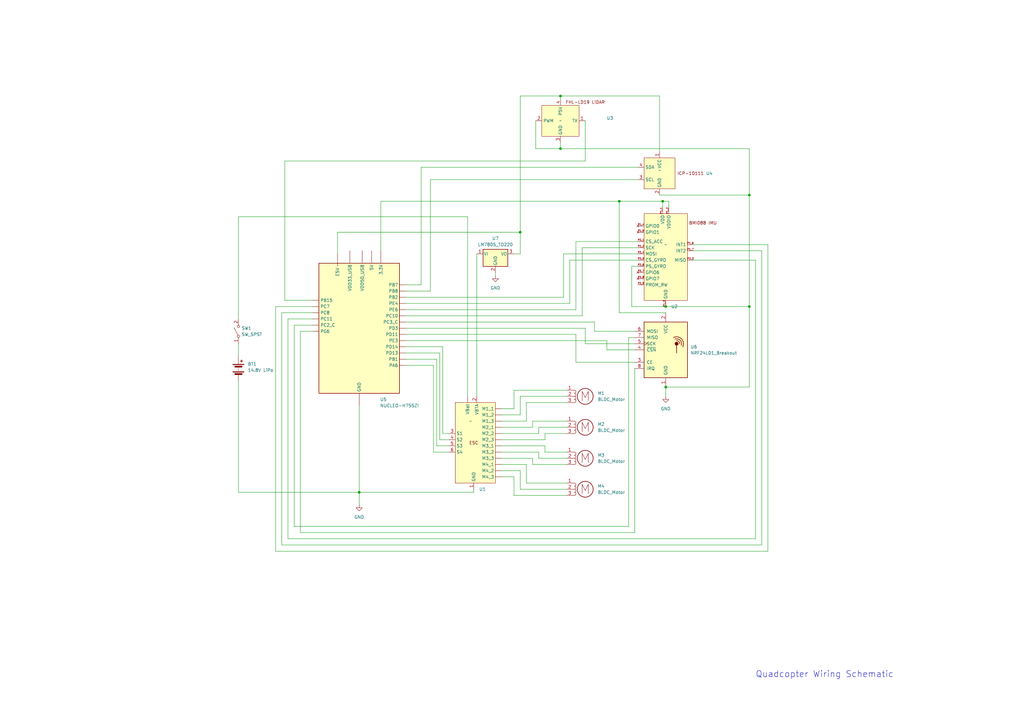
<source format=kicad_sch>
(kicad_sch (version 20230121) (generator eeschema)
  (paper "A3")
  (lib_symbols
    (symbol "Device:Battery" (pin_numbers hide) (pin_names (offset 0) hide)
      (property "Reference" "BT" (at 2.54 2.54 0))
      (property "Value" "Battery" (at 2.54 0 0))
      (symbol "Battery_0_1"
        (rectangle (start -2.286 -1.27) (end 2.286 -1.524) (fill (type outline)))
        (rectangle (start -2.286 1.778) (end 2.286 1.524) (fill (type outline)))
        (rectangle (start -1.524 -2.032) (end 1.524 -2.54) (fill (type outline)))
        (rectangle (start -1.524 1.016) (end 1.524 0.508) (fill (type outline)))
        (polyline (pts (xy 0 -1.016) (xy 0 -0.762)))
        (polyline (pts (xy 0 -0.508) (xy 0 -0.254)))
        (polyline (pts (xy 0 0) (xy 0 0.254)))
        (polyline (pts (xy 0 1.778) (xy 0 2.54)))
        (polyline (pts (xy 0.762 3.048) (xy 1.778 3.048)) (stroke (width 0.254)))
        (polyline (pts (xy 1.27 3.556) (xy 1.27 2.54)) (stroke (width 0.254)))
      )
      (symbol "Battery_1_1"
        (pin passive line (at 0 5.08 270) (length 2.54) (name "+") (number "1"))
        (pin passive line (at 0 -5.08 90) (length 2.54) (name "-") (number "2"))
      )
    )
    (symbol "RF:NRF24L01_Breakout" (pin_names (offset 1.016))
      (property "Reference" "U" (at -8.89 12.7 0))
      (property "Value" "NRF24L01_Breakout" (at 3.81 12.7 0))
      (symbol "NRF24L01_Breakout_0_1"
        (rectangle (start -8.89 11.43) (end 8.89 -11.43) (stroke (width 0.254)) (fill (type background)))
        (polyline (pts (xy 4.445 1.905) (xy 4.445 -1.27)) (stroke (width 0.254)))
        (circle (center 4.445 2.54) (radius 0.635) (stroke (width 0.254)) (fill (type outline)))
        (arc (start 5.715 2.54) (mid 5.3521 3.4546) (end 4.445 3.81) (stroke (width 0.254)))
        (arc (start 6.35 1.905) (mid 5.8763 3.9854) (end 3.81 4.445) (stroke (width 0.254)))
        (arc (start 6.985 1.27) (mid 6.453 4.548) (end 3.175 5.08) (stroke (width 0.254)))
      )
      (symbol "NRF24L01_Breakout_1_1"
        (pin power_in line (at 0 -15.24 90) (length 3.81) (name "GND") (number "1"))
        (pin power_in line (at 0 15.24 270) (length 3.81) (name "VCC") (number "2"))
        (pin input line (at -12.7 -5.08 0) (length 3.81) (name "CE") (number "3"))
        (pin input line (at -12.7 0 0) (length 3.81) (name "~{CSN}") (number "4"))
        (pin input clock (at -12.7 2.54 0) (length 3.81) (name "SCK") (number "5"))
        (pin input line (at -12.7 7.62 0) (length 3.81) (name "MOSI") (number "6"))
        (pin output line (at -12.7 5.08 0) (length 3.81) (name "MISO") (number "7"))
        (pin output line (at -12.7 -7.62 0) (length 3.81) (name "IRQ") (number "8"))
      )
    )
    (symbol "Regulator_Linear:LM7805_TO220" (pin_names (offset 0.254))
      (property "Reference" "U" (at -3.81 3.175 0))
      (property "Value" "LM7805_TO220" (at 0 3.175 0))
      (symbol "LM7805_TO220_0_1"
        (rectangle (start -5.08 1.905) (end 5.08 -5.08) (stroke (width 0.254)) (fill (type background)))
      )
      (symbol "LM7805_TO220_1_1"
        (pin power_in line (at -7.62 0 0) (length 2.54) (name "VI") (number "1"))
        (pin power_in line (at 0 -7.62 90) (length 2.54) (name "GND") (number "2"))
        (pin power_out line (at 7.62 0 180) (length 2.54) (name "VO") (number "3"))
      )
    )
    (symbol "SP_Library:BLDC_Motor" (pin_names (offset 0) hide)
      (property "Reference" "M" (at 3.81 2.54 0))
      (property "Value" "BLDC_Motor" (at 3.81 1.27 0))
      (symbol "BLDC_Motor_0_0"
        (polyline (pts (xy -1.27 -1.778) (xy -1.27 2.032) (xy 0 -0.508) (xy 1.27 2.032) (xy 1.27 -1.778)))
      )
      (symbol "BLDC_Motor_0_1"
        (arc (start -4.445 -2.54) (mid -3.8127 -1.905) (end -4.445 -1.27))
        (arc (start -4.445 -1.27) (mid -3.8127 -0.635) (end -4.445 0))
        (arc (start -4.445 0) (mid -3.8127 0.635) (end -4.445 1.27))
        (arc (start -4.445 1.27) (mid -3.8127 1.905) (end -4.445 2.54))
        (polyline (pts (xy -5.08 -2.54) (xy -4.445 -2.54)))
        (polyline (pts (xy -5.08 2.54) (xy -4.445 2.54)))
        (polyline (pts (xy -4.445 0) (xy -5.08 0)))
        (circle (center 0 0) (radius 3.2512) (stroke (width 0.254)))
      )
      (symbol "BLDC_Motor_1_1"
        (pin passive line (at -7.62 2.54 0) (length 2.54) (name "~") (number "1"))
        (pin passive line (at -7.62 0 0) (length 2.54) (name "~") (number "2"))
        (pin passive line (at -7.62 -2.54 0) (length 2.54) (name "~") (number "3"))
      )
    )
    (symbol "SP_Library:BLS_50A_4-in-1_ESC"
      (property "Reference" "U" (at 0 2.54 0))
      (symbol "BLS_50A_4-in-1_ESC_1_1"
        (rectangle (start -7.62 15.24) (end 8.89 -17.78) (fill (type background)))
        (text "ESC" (at 0 -1.27 0) (effects (font (size 1.27 1.27))))
        (pin output line (at 11.43 12.7 180) (length 2.54) (name "M1_1") (number ""))
        (pin output line (at 11.43 10.16 180) (length 2.54) (name "M1_2") (number ""))
        (pin output line (at 11.43 7.62 180) (length 2.54) (name "M1_3") (number ""))
        (pin output line (at 11.43 5.08 180) (length 2.54) (name "M2_1") (number ""))
        (pin output line (at 11.43 2.54 180) (length 2.54) (name "M2_2") (number ""))
        (pin output line (at 11.43 0 180) (length 2.54) (name "M2_3") (number ""))
        (pin output line (at 11.43 -2.54 180) (length 2.54) (name "M3_1") (number ""))
        (pin output line (at 11.43 -5.08 180) (length 2.54) (name "M3_2") (number ""))
        (pin output line (at 11.43 -7.62 180) (length 2.54) (name "M3_3") (number ""))
        (pin output line (at 11.43 -10.16 180) (length 2.54) (name "M4_1") (number ""))
        (pin output line (at 11.43 -12.7 180) (length 2.54) (name "M4_2") (number ""))
        (pin output line (at 11.43 -15.24 180) (length 2.54) (name "M4_3") (number ""))
        (pin power_in line (at -2.54 17.78 270) (length 2.54) (name "VBat") (number ""))
        (pin power_in line (at 0 -20.32 90) (length 2.54) (name "GND") (number "1"))
        (pin power_out line (at 1.27 17.78 270) (length 2.54) (name "VBTA") (number "2"))
        (pin input line (at -10.16 2.54 0) (length 2.54) (name "S1") (number "3"))
        (pin input line (at -10.16 0 0) (length 2.54) (name "S2") (number "4"))
        (pin input line (at -10.16 -2.54 0) (length 2.54) (name "S3") (number "5"))
        (pin input line (at -10.16 -5.08 0) (length 2.54) (name "S4") (number "6"))
      )
    )
    (symbol "SP_Library:BMI088_Shuttle_Board"
      (property "Reference" "U" (at 11.43 11.43 0))
      (symbol "BMI088_Shuttle_Board_1_1"
        (rectangle (start -8.89 12.7) (end 8.89 -22.86) (fill (type background)))
        (text "BMI088 IMU" (at 15.24 8.89 0) (effects (font (size 1.27 1.27))))
        (pin power_in line (at -1.27 15.24 270) (length 2.54) (name "VDD") (number "P1_1"))
        (pin power_in line (at 1.27 15.24 270) (length 2.54) (name "VDDIO") (number "P1_2"))
        (pin power_in line (at 0 -25.4 90) (length 2.54) (name "GND") (number "P1_3"))
        (pin no_connect line (at -11.43 7.62 0) (length 2.54) (name "GPIO0") (number "P1_4"))
        (pin no_connect line (at -11.43 5.08 0) (length 2.54) (name "GPIO1") (number "P1_5"))
        (pin output line (at 11.43 0 180) (length 2.54) (name "INT1") (number "P1_6"))
        (pin output line (at 11.43 -2.54 180) (length 2.54) (name "INT2") (number "P1_7"))
        (pin input line (at -11.43 1.27 0) (length 2.54) (name "CS_ACC") (number "P2_1"))
        (pin input line (at -11.43 -1.27 0) (length 2.54) (name "SCK") (number "P2_2"))
        (pin output line (at 11.43 -6.35 180) (length 2.54) (name "MISO") (number "P2_3"))
        (pin input line (at -11.43 -3.81 0) (length 2.54) (name "MOSI") (number "P2_4"))
        (pin input line (at -11.43 -6.35 0) (length 2.54) (name "CS_GYRO") (number "P2_5"))
        (pin input line (at -11.43 -8.89 0) (length 2.54) (name "PS_GYRO") (number "P2_6"))
        (pin no_connect line (at -11.43 -11.43 0) (length 2.54) (name "GPIO6") (number "P2_7"))
        (pin no_connect line (at -11.43 -13.97 0) (length 2.54) (name "GPIO7") (number "P2_8"))
        (pin input line (at -11.43 -16.51 0) (length 2.54) (name "PROM_RW") (number "P2_9"))
      )
    )
    (symbol "SP_Library:FHL-LD19_LiDAR"
      (property "Reference" "U" (at 2.54 10.16 0))
      (symbol "FHL-LD19_LiDAR_1_1"
        (rectangle (start -7.62 6.35) (end 7.62 -6.35) (fill (type background)))
        (text "FHL-LD19 LiDAR" (at 10.16 7.62 0) (effects (font (size 1.27 1.27))))
        (pin output line (at 10.16 0 180) (length 2.54) (name "TX") (number "1"))
        (pin input line (at -10.16 0 0) (length 2.54) (name "PWM") (number "2"))
        (pin power_in line (at 0 -8.89 90) (length 2.54) (name "GND") (number "3"))
        (pin power_in line (at 0 8.89 270) (length 2.54) (name "P5V") (number "4"))
      )
    )
    (symbol "SP_Library:ICP-10111"
      (property "Reference" "U" (at 7.62 1.27 0))
      (symbol "ICP-10111_1_1"
        (rectangle (start -6.35 5.08) (end 6.35 -7.62) (fill (type background)))
        (text "ICP-10111" (at 12.7 -1.27 0) (effects (font (size 1.27 1.27))))
        (pin power_in line (at 0 7.62 270) (length 2.54) (name "VCC") (number "1"))
        (pin power_in line (at 0 -10.16 90) (length 2.54) (name "GND") (number "2"))
        (pin input line (at -8.89 -3.81 0) (length 2.54) (name "SCL") (number "3"))
        (pin bidirectional line (at -8.89 1.27 0) (length 2.54) (name "SDA") (number "4"))
      )
    )
    (symbol "SP_Library:NUCLEO-H755ZI_Drone"
      (property "Reference" "U5" (at 8.5441 -34.29 0))
      (property "Value" "NUCLEO-H755ZI" (at 8.5441 -36.83 0))
      (symbol "NUCLEO-H755ZI_Drone_0_1"
        (rectangle (start -16.51 21.59) (end 16.51 -31.75) (stroke (width 0.254)) (fill (type background)))
      )
      (symbol "NUCLEO-H755ZI_Drone_1_1"
        (pin power_out line (at 8.89 26.67 270) (length 5.08) (name "3.3V") (number ""))
        (pin power_out line (at 5.08 26.67 270) (length 5.08) (name "5V") (number ""))
        (pin power_in line (at -8.89 25.4 270) (length 5.08) (name "E5V") (number ""))
        (pin power_in line (at 0 -36.83 90) (length 5.08) (name "GND") (number ""))
        (pin output line (at 19.05 -20.32 180) (length 2.54) (name "PA6") (number ""))
        (pin output line (at 19.05 -17.78 180) (length 2.54) (name "PB1") (number ""))
        (pin input line (at -19.05 6.35 0) (length 2.54) (name "PB15") (number ""))
        (pin output line (at 19.05 7.62 180) (length 2.54) (name "PB2") (number ""))
        (pin bidirectional line (at 19.05 12.7 180) (length 2.54) (name "PB7") (number ""))
        (pin output line (at 19.05 10.16 180) (length 2.54) (name "PB8") (number ""))
        (pin output line (at 19.05 0 180) (length 2.54) (name "PC10") (number ""))
        (pin input line (at -19.05 -1.27 0) (length 2.54) (name "PC11") (number ""))
        (pin bidirectional line (at -19.05 -3.81 0) (length 2.54) (name "PC2_C") (number ""))
        (pin bidirectional line (at 19.05 -2.54 180) (length 2.54) (name "PC3_C") (number ""))
        (pin input line (at -19.05 3.81 0) (length 2.54) (name "PC7") (number ""))
        (pin input line (at -19.05 1.27 0) (length 2.54) (name "PC8") (number ""))
        (pin bidirectional line (at 19.05 -7.62 180) (length 2.54) (name "PD11") (number ""))
        (pin output line (at 19.05 -15.24 180) (length 2.54) (name "PD13") (number ""))
        (pin output line (at 19.05 -12.7 180) (length 2.54) (name "PD14") (number ""))
        (pin bidirectional line (at 19.05 -5.08 180) (length 2.54) (name "PD3") (number ""))
        (pin bidirectional line (at 19.05 -10.16 180) (length 2.54) (name "PE3") (number ""))
        (pin output line (at 19.05 5.08 180) (length 2.54) (name "PE4") (number ""))
        (pin output line (at 19.05 2.54 180) (length 2.54) (name "PE6") (number ""))
        (pin bidirectional line (at -19.05 -6.35 0) (length 2.54) (name "PG6") (number ""))
        (pin power_in line (at -3.81 26.67 270) (length 5.08) (name "VDD33_USB") (number ""))
        (pin power_in line (at 1.27 26.67 270) (length 5.08) (name "VDD50_USB") (number ""))
      )
    )
    (symbol "Switch:SW_SPST" (pin_names (offset 0) hide)
      (property "Reference" "SW" (at 0 3.175 0))
      (property "Value" "SW_SPST" (at 0 -2.54 0))
      (symbol "SW_SPST_0_0"
        (circle (center -2.032 0) (radius 0.508))
        (polyline (pts (xy -1.524 0.254) (xy 1.524 1.778)))
        (circle (center 2.032 0) (radius 0.508))
      )
      (symbol "SW_SPST_1_1"
        (pin passive line (at -5.08 0 0) (length 2.54) (name "A") (number "1"))
        (pin passive line (at 5.08 0 180) (length 2.54) (name "B") (number "2"))
      )
    )
    (symbol "power:GND" (power) (pin_names (offset 0))
      (property "Value" "GND" (at 0 -3.81 0))
      (symbol "GND_0_1"
        (polyline (pts (xy 0 0) (xy 0 -1.27) (xy 1.27 -1.27) (xy 0 -2.54) (xy -1.27 -1.27) (xy 0 -1.27)))
      )
      (symbol "GND_1_1"
        (pin power_in line (at 0 0 270) (length 0) hide (name "GND") (number "1"))
      )
    )
  )
  (junction (at 229.87 39.37))
  (junction (at 273.05 158.75))
  (junction (at 213.36 95.25))
  (junction (at 229.87 60.96))
  (junction (at 307.34 80.01))
  (junction (at 271.78 82.55))
  (junction (at 254 82.55))
  (junction (at 273.05 125.73))
  (junction (at 307.34 125.73))
  (junction (at 147.32 201.93))
  (wire (pts (xy 260.35 151.13) (xy 260.35 218.44)))
  (wire (pts (xy 166.37 139.7) (xy 248.92 139.7)))
  (wire (pts (xy 172.72 68.58) (xy 172.72 116.84)))
  (wire (pts (xy 97.79 156.21) (xy 97.79 201.93)))
  (wire (pts (xy 118.11 130.81) (xy 128.27 130.81)))
  (wire (pts (xy 205.74 187.96) (xy 218.44 187.96)))
  (wire (pts (xy 194.31 200.66) (xy 194.31 201.93)))
  (wire (pts (xy 156.21 102.87) (xy 156.21 82.55)))
  (wire (pts (xy 205.74 193.04) (xy 213.36 193.04)))
  (wire (pts (xy 213.36 104.14) (xy 213.36 95.25)))
  (wire (pts (xy 229.87 60.96) (xy 307.34 60.96)))
  (wire (pts (xy 260.35 135.89) (xy 243.84 135.89)))
  (wire (pts (xy 180.34 180.34) (xy 180.34 144.78)))
  (wire (pts (xy 118.11 130.81) (xy 118.11 220.98)))
  (wire (pts (xy 205.74 175.26) (xy 218.44 175.26)))
  (wire (pts (xy 116.84 123.19) (xy 128.27 123.19)))
  (wire (pts (xy 236.22 127) (xy 236.22 99.06)))
  (wire (pts (xy 179.07 182.88) (xy 184.15 182.88)))
  (wire (pts (xy 205.74 167.64) (xy 210.82 167.64)))
  (wire (pts (xy 309.88 106.68) (xy 309.88 220.98)))
  (wire (pts (xy 115.57 128.27) (xy 128.27 128.27)))
  (wire (pts (xy 270.51 80.01) (xy 307.34 80.01)))
  (wire (pts (xy 176.53 73.66) (xy 261.62 73.66)))
  (wire (pts (xy 180.34 180.34) (xy 184.15 180.34)))
  (wire (pts (xy 257.81 215.9) (xy 120.65 215.9)))
  (wire (pts (xy 123.19 135.89) (xy 123.19 218.44)))
  (wire (pts (xy 248.92 139.7) (xy 248.92 143.51)))
  (wire (pts (xy 113.03 125.73) (xy 128.27 125.73)))
  (wire (pts (xy 147.32 166.37) (xy 147.32 201.93)))
  (wire (pts (xy 166.37 134.62) (xy 240.03 134.62)))
  (wire (pts (xy 113.03 125.73) (xy 113.03 226.06)))
  (wire (pts (xy 257.81 138.43) (xy 260.35 138.43)))
  (wire (pts (xy 274.32 82.55) (xy 271.78 82.55)))
  (wire (pts (xy 180.34 144.78) (xy 166.37 144.78)))
  (wire (pts (xy 243.84 132.08) (xy 166.37 132.08)))
  (wire (pts (xy 213.36 162.56) (xy 213.36 170.18)))
  (wire (pts (xy 205.74 177.8) (xy 220.98 177.8)))
  (wire (pts (xy 254 128.27) (xy 273.05 128.27)))
  (wire (pts (xy 128.27 133.35) (xy 120.65 133.35)))
  (wire (pts (xy 257.81 138.43) (xy 257.81 215.9)))
  (wire (pts (xy 229.87 40.64) (xy 229.87 39.37)))
  (wire (pts (xy 254 82.55) (xy 254 128.27)))
  (wire (pts (xy 213.36 162.56) (xy 232.41 162.56)))
  (wire (pts (xy 259.08 109.22) (xy 259.08 125.73)))
  (wire (pts (xy 254 82.55) (xy 271.78 82.55)))
  (wire (pts (xy 271.78 82.55) (xy 271.78 85.09)))
  (wire (pts (xy 223.52 177.8) (xy 223.52 180.34)))
  (wire (pts (xy 220.98 175.26) (xy 220.98 177.8)))
  (wire (pts (xy 259.08 125.73) (xy 273.05 125.73)))
  (wire (pts (xy 233.68 124.46) (xy 233.68 106.68)))
  (wire (pts (xy 205.74 195.58) (xy 210.82 195.58)))
  (wire (pts (xy 181.61 177.8) (xy 181.61 142.24)))
  (wire (pts (xy 260.35 218.44) (xy 123.19 218.44)))
  (wire (pts (xy 115.57 128.27) (xy 115.57 223.52)))
  (wire (pts (xy 176.53 73.66) (xy 176.53 119.38)))
  (wire (pts (xy 116.84 66.04) (xy 116.84 123.19)))
  (wire (pts (xy 284.48 100.33) (xy 314.96 100.33)))
  (wire (pts (xy 240.03 140.97) (xy 260.35 140.97)))
  (wire (pts (xy 248.92 143.51) (xy 260.35 143.51)))
  (wire (pts (xy 215.9 198.12) (xy 232.41 198.12)))
  (wire (pts (xy 172.72 68.58) (xy 261.62 68.58)))
  (wire (pts (xy 261.62 109.22) (xy 259.08 109.22)))
  (wire (pts (xy 213.36 39.37) (xy 229.87 39.37)))
  (wire (pts (xy 219.71 60.96) (xy 229.87 60.96)))
  (wire (pts (xy 97.79 88.9) (xy 191.77 88.9)))
  (wire (pts (xy 177.8 149.86) (xy 166.37 149.86)))
  (wire (pts (xy 284.48 102.87) (xy 312.42 102.87)))
  (wire (pts (xy 205.74 180.34) (xy 223.52 180.34)))
  (wire (pts (xy 213.36 95.25) (xy 138.43 95.25)))
  (wire (pts (xy 120.65 133.35) (xy 120.65 215.9)))
  (wire (pts (xy 236.22 137.16) (xy 166.37 137.16)))
  (wire (pts (xy 220.98 187.96) (xy 232.41 187.96)))
  (wire (pts (xy 314.96 100.33) (xy 314.96 226.06)))
  (wire (pts (xy 215.9 165.1) (xy 215.9 172.72)))
  (wire (pts (xy 116.84 66.04) (xy 240.03 66.04)))
  (wire (pts (xy 205.74 170.18) (xy 213.36 170.18)))
  (wire (pts (xy 147.32 201.93) (xy 147.32 207.01)))
  (wire (pts (xy 270.51 39.37) (xy 270.51 62.23)))
  (wire (pts (xy 223.52 182.88) (xy 223.52 185.42)))
  (wire (pts (xy 307.34 60.96) (xy 307.34 80.01)))
  (wire (pts (xy 166.37 121.92) (xy 231.14 121.92)))
  (wire (pts (xy 97.79 88.9) (xy 97.79 130.81)))
  (wire (pts (xy 210.82 160.02) (xy 232.41 160.02)))
  (wire (pts (xy 203.2 111.76) (xy 203.2 113.03)))
  (wire (pts (xy 218.44 187.96) (xy 218.44 190.5)))
  (wire (pts (xy 240.03 134.62) (xy 240.03 140.97)))
  (wire (pts (xy 307.34 158.75) (xy 273.05 158.75)))
  (wire (pts (xy 179.07 182.88) (xy 179.07 147.32)))
  (wire (pts (xy 166.37 129.54) (xy 238.76 129.54)))
  (wire (pts (xy 213.36 39.37) (xy 213.36 95.25)))
  (wire (pts (xy 273.05 125.73) (xy 307.34 125.73)))
  (wire (pts (xy 312.42 102.87) (xy 312.42 223.52)))
  (wire (pts (xy 210.82 195.58) (xy 210.82 203.2)))
  (wire (pts (xy 97.79 201.93) (xy 147.32 201.93)))
  (wire (pts (xy 177.8 185.42) (xy 177.8 149.86)))
  (wire (pts (xy 238.76 101.6) (xy 261.62 101.6)))
  (wire (pts (xy 172.72 116.84) (xy 166.37 116.84)))
  (wire (pts (xy 236.22 99.06) (xy 261.62 99.06)))
  (wire (pts (xy 205.74 172.72) (xy 215.9 172.72)))
  (wire (pts (xy 238.76 129.54) (xy 238.76 101.6)))
  (wire (pts (xy 284.48 106.68) (xy 309.88 106.68)))
  (wire (pts (xy 218.44 172.72) (xy 232.41 172.72)))
  (wire (pts (xy 115.57 223.52) (xy 312.42 223.52)))
  (wire (pts (xy 218.44 172.72) (xy 218.44 175.26)))
  (wire (pts (xy 113.03 226.06) (xy 314.96 226.06)))
  (wire (pts (xy 210.82 160.02) (xy 210.82 167.64)))
  (wire (pts (xy 240.03 49.53) (xy 240.03 66.04)))
  (wire (pts (xy 210.82 203.2) (xy 232.41 203.2)))
  (wire (pts (xy 191.77 88.9) (xy 191.77 162.56)))
  (wire (pts (xy 205.74 185.42) (xy 220.98 185.42)))
  (wire (pts (xy 128.27 135.89) (xy 123.19 135.89)))
  (wire (pts (xy 194.31 201.93) (xy 147.32 201.93)))
  (wire (pts (xy 166.37 124.46) (xy 233.68 124.46)))
  (wire (pts (xy 181.61 177.8) (xy 184.15 177.8)))
  (wire (pts (xy 156.21 82.55) (xy 254 82.55)))
  (wire (pts (xy 223.52 185.42) (xy 232.41 185.42)))
  (wire (pts (xy 215.9 165.1) (xy 232.41 165.1)))
  (wire (pts (xy 179.07 147.32) (xy 166.37 147.32)))
  (wire (pts (xy 231.14 121.92) (xy 231.14 104.14)))
  (wire (pts (xy 231.14 104.14) (xy 261.62 104.14)))
  (wire (pts (xy 223.52 177.8) (xy 232.41 177.8)))
  (wire (pts (xy 229.87 39.37) (xy 270.51 39.37)))
  (wire (pts (xy 243.84 135.89) (xy 243.84 132.08)))
  (wire (pts (xy 274.32 85.09) (xy 274.32 82.55)))
  (wire (pts (xy 213.36 193.04) (xy 213.36 200.66)))
  (wire (pts (xy 233.68 106.68) (xy 261.62 106.68)))
  (wire (pts (xy 177.8 185.42) (xy 184.15 185.42)))
  (wire (pts (xy 260.35 148.59) (xy 236.22 148.59)))
  (wire (pts (xy 205.74 182.88) (xy 223.52 182.88)))
  (wire (pts (xy 220.98 175.26) (xy 232.41 175.26)))
  (wire (pts (xy 166.37 127) (xy 236.22 127)))
  (wire (pts (xy 118.11 220.98) (xy 309.88 220.98)))
  (wire (pts (xy 273.05 158.75) (xy 273.05 162.56)))
  (wire (pts (xy 219.71 49.53) (xy 219.71 60.96)))
  (wire (pts (xy 210.82 104.14) (xy 213.36 104.14)))
  (wire (pts (xy 205.74 190.5) (xy 215.9 190.5)))
  (wire (pts (xy 181.61 142.24) (xy 166.37 142.24)))
  (wire (pts (xy 220.98 185.42) (xy 220.98 187.96)))
  (wire (pts (xy 307.34 80.01) (xy 307.34 125.73)))
  (wire (pts (xy 213.36 200.66) (xy 232.41 200.66)))
  (wire (pts (xy 218.44 190.5) (xy 232.41 190.5)))
  (wire (pts (xy 307.34 125.73) (xy 307.34 158.75)))
  (wire (pts (xy 195.58 162.56) (xy 195.58 104.14)))
  (wire (pts (xy 97.79 140.97) (xy 97.79 146.05)))
  (wire (pts (xy 176.53 119.38) (xy 166.37 119.38)))
  (wire (pts (xy 236.22 148.59) (xy 236.22 137.16)))
  (wire (pts (xy 215.9 190.5) (xy 215.9 198.12)))
  (wire (pts (xy 138.43 95.25) (xy 138.43 104.14)))
  (wire (pts (xy 229.87 58.42) (xy 229.87 60.96)))
  (text "Quadcopter Wiring Schematic" (at 309.88 278.13 0) (effects (font (size 2.54 2.54)) (justify left bottom)))
  (symbol (lib_id "SP_Library:FHL-LD19_LiDAR") (at 229.87 49.53 0) (unit 1)
    (property "Reference" "U3" (at 250.19 48.4221 0))
    (property "Value" "~" (at 229.87 49.53 0))
  )
  (symbol (lib_id "SP_Library:NUCLEO-H755ZI_Drone") (at 147.32 129.54 0) (unit 1)
    (property "Reference" "U5" (at 155.8641 163.83 0) (effects (justify left)))
    (property "Value" "NUCLEO-H755ZI" (at 155.8641 166.37 0) (effects (justify left)))
    (property "Footprint" "Package_QFP:LQFP-144_20x20mm_P0.5mm" (effects hide))
    (property "Datasheet" "https://www.st.com/resource/en/datasheet/stm32h755zi.pdf" (effects hide))
  )
  (symbol (lib_id "Regulator_Linear:LM7805_TO220") (at 203.2 104.14 0) (unit 1)
    (property "Reference" "U7" (at 203.2 97.79 0))
    (property "Value" "LM7805_TO220" (at 203.2 100.33 0))
    (property "Footprint" "Package_TO_SOT_THT:TO-220-3_Vertical" (effects hide))
    (property "Datasheet" "https://www.onsemi.cn/PowerSolutions/document/MC7800-D.PDF" (effects hide))
  )
  (symbol (lib_id "power:GND") (at 273.05 162.56 0) (unit 1)
    (property "Reference" "#PWR03" (effects hide))
    (property "Value" "GND" (at 273.05 167.64 0))
  )
  (symbol (lib_id "SP_Library:BMI088_Shuttle_Board") (at 273.05 100.33 0) (unit 1)
    (property "Reference" "U2" (at 275.2441 125.73 0) (effects (justify left)))
    (property "Value" "~" (at 273.05 100.33 0))
  )
  (symbol (lib_id "Switch:SW_SPST") (at 97.79 135.89 90) (unit 1)
    (property "Reference" "SW1" (at 99.06 134.62 90) (effects (justify right)))
    (property "Value" "SW_SPST" (at 99.06 137.16 90) (effects (justify right)))
  )
  (symbol (lib_id "SP_Library:BLS_50A_4-in-1_ESC") (at 194.31 180.34 0) (unit 1)
    (property "Reference" "U1" (at 196.5041 200.66 0) (effects (justify left)))
    (property "Value" "~" (at 193.04 172.72 0))
  )
  (symbol (lib_id "RF:NRF24L01_Breakout") (at 273.05 143.51 0) (unit 1)
    (property "Reference" "U6" (at 283.21 142.24 0) (effects (justify left)))
    (property "Value" "NRF24L01_Breakout" (at 283.21 144.78 0) (effects (justify left)))
    (property "Footprint" "RF_Module:nRF24L01_Breakout" (effects hide))
    (property "Datasheet" "http://www.nordicsemi.com/eng/content/download/2730/34105/file/nRF24L01_Product_Specification_v2_0.pdf" (effects hide))
  )
  (symbol (lib_id "SP_Library:BLDC_Motor") (at 240.03 175.26 0) (unit 1)
    (property "Reference" "M2" (at 245.11 173.99 0) (effects (justify left)))
    (property "Value" "BLDC_Motor" (at 245.11 176.53 0) (effects (justify left)))
  )
  (symbol (lib_id "SP_Library:BLDC_Motor") (at 240.03 187.96 0) (unit 1)
    (property "Reference" "M3" (at 245.11 186.69 0) (effects (justify left)))
    (property "Value" "BLDC_Motor" (at 245.11 189.23 0) (effects (justify left)))
  )
  (symbol (lib_id "Device:Battery") (at 97.79 151.13 0) (unit 1)
    (property "Reference" "BT1" (at 101.6 149.2885 0) (effects (justify left)))
    (property "Value" "14.8V LiPo" (at 101.6 151.8285 0) (effects (justify left)))
  )
  (symbol (lib_id "SP_Library:BLDC_Motor") (at 240.03 162.56 0) (unit 1)
    (property "Reference" "M1" (at 245.11 161.29 0) (effects (justify left)))
    (property "Value" "BLDC_Motor" (at 245.11 163.83 0) (effects (justify left)))
  )
  (symbol (lib_id "power:GND") (at 203.2 113.03 0) (unit 1)
    (property "Reference" "#PWR02" (effects hide))
    (property "Value" "GND" (at 203.2 118.11 0))
  )
  (symbol (lib_id "SP_Library:BLDC_Motor") (at 240.03 200.66 0) (unit 1)
    (property "Reference" "M4" (at 245.11 199.39 0) (effects (justify left)))
    (property "Value" "BLDC_Motor" (at 245.11 201.93 0) (effects (justify left)))
  )
  (symbol (lib_id "power:GND") (at 147.32 207.01 0) (unit 1)
    (property "Reference" "#PWR01" (effects hide))
    (property "Value" "GND" (at 147.32 212.09 0))
  )
  (symbol (lib_id "SP_Library:ICP-10111") (at 270.51 69.85 0) (unit 1)
    (property "Reference" "U4" (at 289.56 71.12 0) (effects (justify left)))
    (property "Value" "~" (at 270.51 69.85 0))
  )
)
</source>
